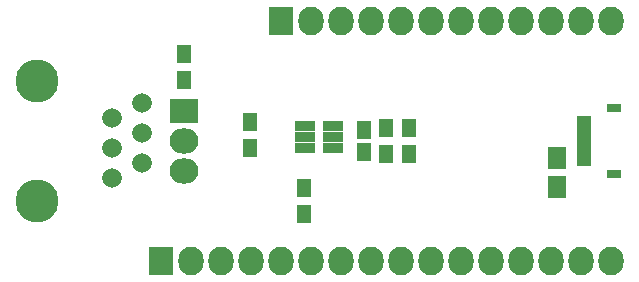
<source format=gbs>
G04 #@! TF.FileFunction,Soldermask,Bot*
%FSLAX46Y46*%
G04 Gerber Fmt 4.6, Leading zero omitted, Abs format (unit mm)*
G04 Created by KiCad (PCBNEW 4.0.4-stable) date 11/28/16 12:13:09*
%MOMM*%
%LPD*%
G01*
G04 APERTURE LIST*
%ADD10C,0.150000*%
%ADD11R,1.150000X1.600000*%
%ADD12R,1.650000X1.900000*%
%ADD13R,1.200000X0.700000*%
%ADD14R,2.127200X2.432000*%
%ADD15O,2.127200X2.432000*%
%ADD16R,2.432000X2.127200*%
%ADD17O,2.432000X2.127200*%
%ADD18R,1.300000X1.600000*%
%ADD19R,1.730000X0.960000*%
%ADD20C,1.670000*%
%ADD21C,3.650000*%
G04 APERTURE END LIST*
D10*
D11*
X138112500Y-109852500D03*
X138112500Y-107952500D03*
D12*
X154495500Y-110319500D03*
X154495500Y-112819500D03*
D13*
X156781500Y-107152500D03*
X156781500Y-107652500D03*
X156781500Y-108152500D03*
X156781500Y-108652500D03*
X156781500Y-109152500D03*
X156781500Y-109652500D03*
X156781500Y-110152500D03*
X156781500Y-110652500D03*
X159281500Y-106102500D03*
X159281500Y-111702500D03*
D14*
X120967500Y-119062500D03*
D15*
X123507500Y-119062500D03*
X126047500Y-119062500D03*
X128587500Y-119062500D03*
X131127500Y-119062500D03*
X133667500Y-119062500D03*
X136207500Y-119062500D03*
X138747500Y-119062500D03*
X141287500Y-119062500D03*
X143827500Y-119062500D03*
X146367500Y-119062500D03*
X148907500Y-119062500D03*
X151447500Y-119062500D03*
X153987500Y-119062500D03*
X156527500Y-119062500D03*
X159067500Y-119062500D03*
D14*
X131127500Y-98742500D03*
D15*
X133667500Y-98742500D03*
X136207500Y-98742500D03*
X138747500Y-98742500D03*
X141287500Y-98742500D03*
X143827500Y-98742500D03*
X146367500Y-98742500D03*
X148907500Y-98742500D03*
X151447500Y-98742500D03*
X153987500Y-98742500D03*
X156527500Y-98742500D03*
X159067500Y-98742500D03*
D16*
X122872500Y-106362500D03*
D17*
X122872500Y-108902500D03*
X122872500Y-111442500D03*
D18*
X140017500Y-110002500D03*
X140017500Y-107802500D03*
X141922500Y-110002500D03*
X141922500Y-107802500D03*
X133032500Y-115082500D03*
X133032500Y-112882500D03*
X122872500Y-101579500D03*
X122872500Y-103779500D03*
X128460500Y-109494500D03*
X128460500Y-107294500D03*
D19*
X133102500Y-109537500D03*
X133102500Y-108587500D03*
X133102500Y-107637500D03*
X135502500Y-107637500D03*
X135502500Y-108587500D03*
X135502500Y-109537500D03*
D20*
X119316500Y-105727500D03*
X116776500Y-106997500D03*
X119316500Y-108267500D03*
X116776500Y-109537500D03*
X119316500Y-110807500D03*
X116776500Y-112077500D03*
D21*
X110426500Y-103822500D03*
X110426500Y-113982500D03*
M02*

</source>
